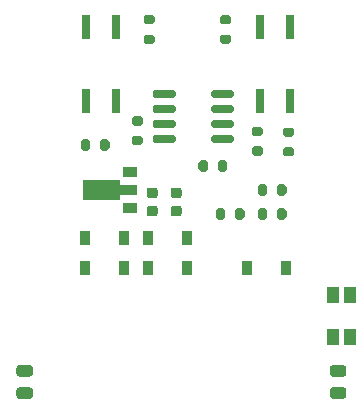
<source format=gtp>
G04 #@! TF.GenerationSoftware,KiCad,Pcbnew,(5.1.9)-1*
G04 #@! TF.CreationDate,2021-07-08T21:32:50+02:00*
G04 #@! TF.ProjectId,OpenThermMonitorTwomes,4f70656e-5468-4657-926d-4d6f6e69746f,rev?*
G04 #@! TF.SameCoordinates,Original*
G04 #@! TF.FileFunction,Paste,Top*
G04 #@! TF.FilePolarity,Positive*
%FSLAX46Y46*%
G04 Gerber Fmt 4.6, Leading zero omitted, Abs format (unit mm)*
G04 Created by KiCad (PCBNEW (5.1.9)-1) date 2021-07-08 21:32:50*
%MOMM*%
%LPD*%
G01*
G04 APERTURE LIST*
%ADD10R,1.050000X1.400000*%
%ADD11R,0.900000X1.200000*%
%ADD12R,0.640000X2.000000*%
%ADD13C,0.100000*%
%ADD14R,1.300000X0.900000*%
G04 APERTURE END LIST*
D10*
X151172000Y-107928000D03*
X151172000Y-111528000D03*
X152612000Y-107928000D03*
X152612000Y-111528000D03*
D11*
X138810000Y-103124000D03*
X135510000Y-103124000D03*
X133476000Y-103124000D03*
X130176000Y-103124000D03*
X147192000Y-105664000D03*
X143892000Y-105664000D03*
X138810000Y-105664000D03*
X135510000Y-105664000D03*
X133476000Y-105664000D03*
X130176000Y-105664000D03*
D12*
X147574000Y-85242000D03*
X145034000Y-85242000D03*
X145034000Y-91542000D03*
X147574000Y-91542000D03*
X132842000Y-91542000D03*
X130302000Y-91542000D03*
X130302000Y-85242000D03*
X132842000Y-85242000D03*
G36*
G01*
X140881000Y-91082000D02*
X140881000Y-90782000D01*
G75*
G02*
X141031000Y-90632000I150000J0D01*
G01*
X142681000Y-90632000D01*
G75*
G02*
X142831000Y-90782000I0J-150000D01*
G01*
X142831000Y-91082000D01*
G75*
G02*
X142681000Y-91232000I-150000J0D01*
G01*
X141031000Y-91232000D01*
G75*
G02*
X140881000Y-91082000I0J150000D01*
G01*
G37*
G36*
G01*
X140881000Y-92352000D02*
X140881000Y-92052000D01*
G75*
G02*
X141031000Y-91902000I150000J0D01*
G01*
X142681000Y-91902000D01*
G75*
G02*
X142831000Y-92052000I0J-150000D01*
G01*
X142831000Y-92352000D01*
G75*
G02*
X142681000Y-92502000I-150000J0D01*
G01*
X141031000Y-92502000D01*
G75*
G02*
X140881000Y-92352000I0J150000D01*
G01*
G37*
G36*
G01*
X140881000Y-93622000D02*
X140881000Y-93322000D01*
G75*
G02*
X141031000Y-93172000I150000J0D01*
G01*
X142681000Y-93172000D01*
G75*
G02*
X142831000Y-93322000I0J-150000D01*
G01*
X142831000Y-93622000D01*
G75*
G02*
X142681000Y-93772000I-150000J0D01*
G01*
X141031000Y-93772000D01*
G75*
G02*
X140881000Y-93622000I0J150000D01*
G01*
G37*
G36*
G01*
X140881000Y-94892000D02*
X140881000Y-94592000D01*
G75*
G02*
X141031000Y-94442000I150000J0D01*
G01*
X142681000Y-94442000D01*
G75*
G02*
X142831000Y-94592000I0J-150000D01*
G01*
X142831000Y-94892000D01*
G75*
G02*
X142681000Y-95042000I-150000J0D01*
G01*
X141031000Y-95042000D01*
G75*
G02*
X140881000Y-94892000I0J150000D01*
G01*
G37*
G36*
G01*
X135931000Y-94892000D02*
X135931000Y-94592000D01*
G75*
G02*
X136081000Y-94442000I150000J0D01*
G01*
X137731000Y-94442000D01*
G75*
G02*
X137881000Y-94592000I0J-150000D01*
G01*
X137881000Y-94892000D01*
G75*
G02*
X137731000Y-95042000I-150000J0D01*
G01*
X136081000Y-95042000D01*
G75*
G02*
X135931000Y-94892000I0J150000D01*
G01*
G37*
G36*
G01*
X135931000Y-93622000D02*
X135931000Y-93322000D01*
G75*
G02*
X136081000Y-93172000I150000J0D01*
G01*
X137731000Y-93172000D01*
G75*
G02*
X137881000Y-93322000I0J-150000D01*
G01*
X137881000Y-93622000D01*
G75*
G02*
X137731000Y-93772000I-150000J0D01*
G01*
X136081000Y-93772000D01*
G75*
G02*
X135931000Y-93622000I0J150000D01*
G01*
G37*
G36*
G01*
X135931000Y-92352000D02*
X135931000Y-92052000D01*
G75*
G02*
X136081000Y-91902000I150000J0D01*
G01*
X137731000Y-91902000D01*
G75*
G02*
X137881000Y-92052000I0J-150000D01*
G01*
X137881000Y-92352000D01*
G75*
G02*
X137731000Y-92502000I-150000J0D01*
G01*
X136081000Y-92502000D01*
G75*
G02*
X135931000Y-92352000I0J150000D01*
G01*
G37*
G36*
G01*
X135931000Y-91082000D02*
X135931000Y-90782000D01*
G75*
G02*
X136081000Y-90632000I150000J0D01*
G01*
X137731000Y-90632000D01*
G75*
G02*
X137881000Y-90782000I0J-150000D01*
G01*
X137881000Y-91082000D01*
G75*
G02*
X137731000Y-91232000I-150000J0D01*
G01*
X136081000Y-91232000D01*
G75*
G02*
X135931000Y-91082000I0J150000D01*
G01*
G37*
D13*
G36*
X130034000Y-98193500D02*
G01*
X133159000Y-98193500D01*
X133159000Y-98610000D01*
X134634000Y-98610000D01*
X134634000Y-99510000D01*
X133159000Y-99510000D01*
X133159000Y-99926500D01*
X130034000Y-99926500D01*
X130034000Y-98193500D01*
G37*
D14*
X133984000Y-97560000D03*
X133984000Y-100560000D03*
G36*
G01*
X131489000Y-95525000D02*
X131489000Y-94975000D01*
G75*
G02*
X131689000Y-94775000I200000J0D01*
G01*
X132089000Y-94775000D01*
G75*
G02*
X132289000Y-94975000I0J-200000D01*
G01*
X132289000Y-95525000D01*
G75*
G02*
X132089000Y-95725000I-200000J0D01*
G01*
X131689000Y-95725000D01*
G75*
G02*
X131489000Y-95525000I0J200000D01*
G01*
G37*
G36*
G01*
X129839000Y-95525000D02*
X129839000Y-94975000D01*
G75*
G02*
X130039000Y-94775000I200000J0D01*
G01*
X130439000Y-94775000D01*
G75*
G02*
X130639000Y-94975000I0J-200000D01*
G01*
X130639000Y-95525000D01*
G75*
G02*
X130439000Y-95725000I-200000J0D01*
G01*
X130039000Y-95725000D01*
G75*
G02*
X129839000Y-95525000I0J200000D01*
G01*
G37*
G36*
G01*
X147172000Y-95421000D02*
X147722000Y-95421000D01*
G75*
G02*
X147922000Y-95621000I0J-200000D01*
G01*
X147922000Y-96021000D01*
G75*
G02*
X147722000Y-96221000I-200000J0D01*
G01*
X147172000Y-96221000D01*
G75*
G02*
X146972000Y-96021000I0J200000D01*
G01*
X146972000Y-95621000D01*
G75*
G02*
X147172000Y-95421000I200000J0D01*
G01*
G37*
G36*
G01*
X147172000Y-93771000D02*
X147722000Y-93771000D01*
G75*
G02*
X147922000Y-93971000I0J-200000D01*
G01*
X147922000Y-94371000D01*
G75*
G02*
X147722000Y-94571000I-200000J0D01*
G01*
X147172000Y-94571000D01*
G75*
G02*
X146972000Y-94371000I0J200000D01*
G01*
X146972000Y-93971000D01*
G75*
G02*
X147172000Y-93771000I200000J0D01*
G01*
G37*
G36*
G01*
X142388000Y-85046000D02*
X141838000Y-85046000D01*
G75*
G02*
X141638000Y-84846000I0J200000D01*
G01*
X141638000Y-84446000D01*
G75*
G02*
X141838000Y-84246000I200000J0D01*
G01*
X142388000Y-84246000D01*
G75*
G02*
X142588000Y-84446000I0J-200000D01*
G01*
X142588000Y-84846000D01*
G75*
G02*
X142388000Y-85046000I-200000J0D01*
G01*
G37*
G36*
G01*
X142388000Y-86696000D02*
X141838000Y-86696000D01*
G75*
G02*
X141638000Y-86496000I0J200000D01*
G01*
X141638000Y-86096000D01*
G75*
G02*
X141838000Y-85896000I200000J0D01*
G01*
X142388000Y-85896000D01*
G75*
G02*
X142588000Y-86096000I0J-200000D01*
G01*
X142588000Y-86496000D01*
G75*
G02*
X142388000Y-86696000I-200000J0D01*
G01*
G37*
G36*
G01*
X135911000Y-85046000D02*
X135361000Y-85046000D01*
G75*
G02*
X135161000Y-84846000I0J200000D01*
G01*
X135161000Y-84446000D01*
G75*
G02*
X135361000Y-84246000I200000J0D01*
G01*
X135911000Y-84246000D01*
G75*
G02*
X136111000Y-84446000I0J-200000D01*
G01*
X136111000Y-84846000D01*
G75*
G02*
X135911000Y-85046000I-200000J0D01*
G01*
G37*
G36*
G01*
X135911000Y-86696000D02*
X135361000Y-86696000D01*
G75*
G02*
X135161000Y-86496000I0J200000D01*
G01*
X135161000Y-86096000D01*
G75*
G02*
X135361000Y-85896000I200000J0D01*
G01*
X135911000Y-85896000D01*
G75*
G02*
X136111000Y-86096000I0J-200000D01*
G01*
X136111000Y-86496000D01*
G75*
G02*
X135911000Y-86696000I-200000J0D01*
G01*
G37*
G36*
G01*
X140608000Y-96753000D02*
X140608000Y-97303000D01*
G75*
G02*
X140408000Y-97503000I-200000J0D01*
G01*
X140008000Y-97503000D01*
G75*
G02*
X139808000Y-97303000I0J200000D01*
G01*
X139808000Y-96753000D01*
G75*
G02*
X140008000Y-96553000I200000J0D01*
G01*
X140408000Y-96553000D01*
G75*
G02*
X140608000Y-96753000I0J-200000D01*
G01*
G37*
G36*
G01*
X142258000Y-96753000D02*
X142258000Y-97303000D01*
G75*
G02*
X142058000Y-97503000I-200000J0D01*
G01*
X141658000Y-97503000D01*
G75*
G02*
X141458000Y-97303000I0J200000D01*
G01*
X141458000Y-96753000D01*
G75*
G02*
X141658000Y-96553000I200000J0D01*
G01*
X142058000Y-96553000D01*
G75*
G02*
X142258000Y-96753000I0J-200000D01*
G01*
G37*
G36*
G01*
X144505000Y-95358000D02*
X145055000Y-95358000D01*
G75*
G02*
X145255000Y-95558000I0J-200000D01*
G01*
X145255000Y-95958000D01*
G75*
G02*
X145055000Y-96158000I-200000J0D01*
G01*
X144505000Y-96158000D01*
G75*
G02*
X144305000Y-95958000I0J200000D01*
G01*
X144305000Y-95558000D01*
G75*
G02*
X144505000Y-95358000I200000J0D01*
G01*
G37*
G36*
G01*
X144505000Y-93708000D02*
X145055000Y-93708000D01*
G75*
G02*
X145255000Y-93908000I0J-200000D01*
G01*
X145255000Y-94308000D01*
G75*
G02*
X145055000Y-94508000I-200000J0D01*
G01*
X144505000Y-94508000D01*
G75*
G02*
X144305000Y-94308000I0J200000D01*
G01*
X144305000Y-93908000D01*
G75*
G02*
X144505000Y-93708000I200000J0D01*
G01*
G37*
G36*
G01*
X134345000Y-94468000D02*
X134895000Y-94468000D01*
G75*
G02*
X135095000Y-94668000I0J-200000D01*
G01*
X135095000Y-95068000D01*
G75*
G02*
X134895000Y-95268000I-200000J0D01*
G01*
X134345000Y-95268000D01*
G75*
G02*
X134145000Y-95068000I0J200000D01*
G01*
X134145000Y-94668000D01*
G75*
G02*
X134345000Y-94468000I200000J0D01*
G01*
G37*
G36*
G01*
X134345000Y-92818000D02*
X134895000Y-92818000D01*
G75*
G02*
X135095000Y-93018000I0J-200000D01*
G01*
X135095000Y-93418000D01*
G75*
G02*
X134895000Y-93618000I-200000J0D01*
G01*
X134345000Y-93618000D01*
G75*
G02*
X134145000Y-93418000I0J200000D01*
G01*
X134145000Y-93018000D01*
G75*
G02*
X134345000Y-92818000I200000J0D01*
G01*
G37*
G36*
G01*
X145625000Y-100817000D02*
X145625000Y-101367000D01*
G75*
G02*
X145425000Y-101567000I-200000J0D01*
G01*
X145025000Y-101567000D01*
G75*
G02*
X144825000Y-101367000I0J200000D01*
G01*
X144825000Y-100817000D01*
G75*
G02*
X145025000Y-100617000I200000J0D01*
G01*
X145425000Y-100617000D01*
G75*
G02*
X145625000Y-100817000I0J-200000D01*
G01*
G37*
G36*
G01*
X147275000Y-100817000D02*
X147275000Y-101367000D01*
G75*
G02*
X147075000Y-101567000I-200000J0D01*
G01*
X146675000Y-101567000D01*
G75*
G02*
X146475000Y-101367000I0J200000D01*
G01*
X146475000Y-100817000D01*
G75*
G02*
X146675000Y-100617000I200000J0D01*
G01*
X147075000Y-100617000D01*
G75*
G02*
X147275000Y-100817000I0J-200000D01*
G01*
G37*
G36*
G01*
X146475000Y-99335000D02*
X146475000Y-98785000D01*
G75*
G02*
X146675000Y-98585000I200000J0D01*
G01*
X147075000Y-98585000D01*
G75*
G02*
X147275000Y-98785000I0J-200000D01*
G01*
X147275000Y-99335000D01*
G75*
G02*
X147075000Y-99535000I-200000J0D01*
G01*
X146675000Y-99535000D01*
G75*
G02*
X146475000Y-99335000I0J200000D01*
G01*
G37*
G36*
G01*
X144825000Y-99335000D02*
X144825000Y-98785000D01*
G75*
G02*
X145025000Y-98585000I200000J0D01*
G01*
X145425000Y-98585000D01*
G75*
G02*
X145625000Y-98785000I0J-200000D01*
G01*
X145625000Y-99335000D01*
G75*
G02*
X145425000Y-99535000I-200000J0D01*
G01*
X145025000Y-99535000D01*
G75*
G02*
X144825000Y-99335000I0J200000D01*
G01*
G37*
G36*
G01*
X142919000Y-101367000D02*
X142919000Y-100817000D01*
G75*
G02*
X143119000Y-100617000I200000J0D01*
G01*
X143519000Y-100617000D01*
G75*
G02*
X143719000Y-100817000I0J-200000D01*
G01*
X143719000Y-101367000D01*
G75*
G02*
X143519000Y-101567000I-200000J0D01*
G01*
X143119000Y-101567000D01*
G75*
G02*
X142919000Y-101367000I0J200000D01*
G01*
G37*
G36*
G01*
X141269000Y-101367000D02*
X141269000Y-100817000D01*
G75*
G02*
X141469000Y-100617000I200000J0D01*
G01*
X141869000Y-100617000D01*
G75*
G02*
X142069000Y-100817000I0J-200000D01*
G01*
X142069000Y-101367000D01*
G75*
G02*
X141869000Y-101567000I-200000J0D01*
G01*
X141469000Y-101567000D01*
G75*
G02*
X141269000Y-101367000I0J200000D01*
G01*
G37*
G36*
G01*
X124638750Y-115766000D02*
X125551250Y-115766000D01*
G75*
G02*
X125795000Y-116009750I0J-243750D01*
G01*
X125795000Y-116497250D01*
G75*
G02*
X125551250Y-116741000I-243750J0D01*
G01*
X124638750Y-116741000D01*
G75*
G02*
X124395000Y-116497250I0J243750D01*
G01*
X124395000Y-116009750D01*
G75*
G02*
X124638750Y-115766000I243750J0D01*
G01*
G37*
G36*
G01*
X124638750Y-113891000D02*
X125551250Y-113891000D01*
G75*
G02*
X125795000Y-114134750I0J-243750D01*
G01*
X125795000Y-114622250D01*
G75*
G02*
X125551250Y-114866000I-243750J0D01*
G01*
X124638750Y-114866000D01*
G75*
G02*
X124395000Y-114622250I0J243750D01*
G01*
X124395000Y-114134750D01*
G75*
G02*
X124638750Y-113891000I243750J0D01*
G01*
G37*
G36*
G01*
X151181750Y-115766000D02*
X152094250Y-115766000D01*
G75*
G02*
X152338000Y-116009750I0J-243750D01*
G01*
X152338000Y-116497250D01*
G75*
G02*
X152094250Y-116741000I-243750J0D01*
G01*
X151181750Y-116741000D01*
G75*
G02*
X150938000Y-116497250I0J243750D01*
G01*
X150938000Y-116009750D01*
G75*
G02*
X151181750Y-115766000I243750J0D01*
G01*
G37*
G36*
G01*
X151181750Y-113891000D02*
X152094250Y-113891000D01*
G75*
G02*
X152338000Y-114134750I0J-243750D01*
G01*
X152338000Y-114622250D01*
G75*
G02*
X152094250Y-114866000I-243750J0D01*
G01*
X151181750Y-114866000D01*
G75*
G02*
X150938000Y-114622250I0J243750D01*
G01*
X150938000Y-114134750D01*
G75*
G02*
X151181750Y-113891000I243750J0D01*
G01*
G37*
G36*
G01*
X137672000Y-100401000D02*
X138172000Y-100401000D01*
G75*
G02*
X138397000Y-100626000I0J-225000D01*
G01*
X138397000Y-101076000D01*
G75*
G02*
X138172000Y-101301000I-225000J0D01*
G01*
X137672000Y-101301000D01*
G75*
G02*
X137447000Y-101076000I0J225000D01*
G01*
X137447000Y-100626000D01*
G75*
G02*
X137672000Y-100401000I225000J0D01*
G01*
G37*
G36*
G01*
X137672000Y-98851000D02*
X138172000Y-98851000D01*
G75*
G02*
X138397000Y-99076000I0J-225000D01*
G01*
X138397000Y-99526000D01*
G75*
G02*
X138172000Y-99751000I-225000J0D01*
G01*
X137672000Y-99751000D01*
G75*
G02*
X137447000Y-99526000I0J225000D01*
G01*
X137447000Y-99076000D01*
G75*
G02*
X137672000Y-98851000I225000J0D01*
G01*
G37*
G36*
G01*
X135640000Y-100401000D02*
X136140000Y-100401000D01*
G75*
G02*
X136365000Y-100626000I0J-225000D01*
G01*
X136365000Y-101076000D01*
G75*
G02*
X136140000Y-101301000I-225000J0D01*
G01*
X135640000Y-101301000D01*
G75*
G02*
X135415000Y-101076000I0J225000D01*
G01*
X135415000Y-100626000D01*
G75*
G02*
X135640000Y-100401000I225000J0D01*
G01*
G37*
G36*
G01*
X135640000Y-98851000D02*
X136140000Y-98851000D01*
G75*
G02*
X136365000Y-99076000I0J-225000D01*
G01*
X136365000Y-99526000D01*
G75*
G02*
X136140000Y-99751000I-225000J0D01*
G01*
X135640000Y-99751000D01*
G75*
G02*
X135415000Y-99526000I0J225000D01*
G01*
X135415000Y-99076000D01*
G75*
G02*
X135640000Y-98851000I225000J0D01*
G01*
G37*
M02*

</source>
